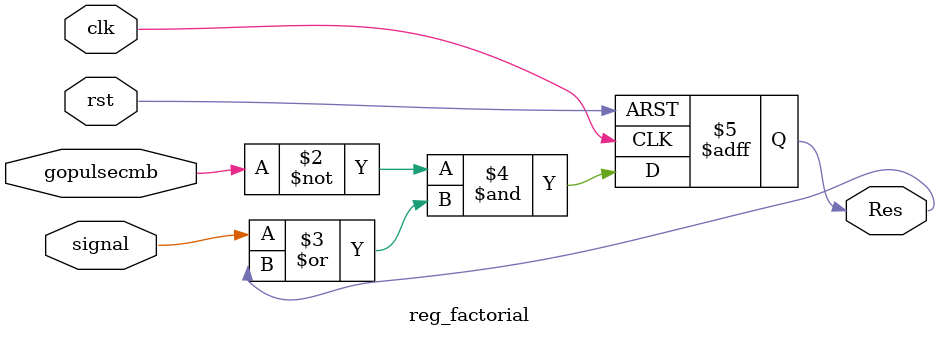
<source format=v>
module reg_factorial(input clk, rst, gopulsecmb, signal,
                     output reg Res);
              
always @(posedge clk, posedge rst) begin

if(rst)
    Res <= 1'b0;
else
    Res <= (~gopulsecmb) & (signal|Res);
end
endmodule


</source>
